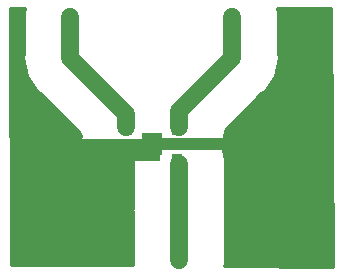
<source format=gbr>
G04 #@! TF.GenerationSoftware,KiCad,Pcbnew,5.0.0*
G04 #@! TF.CreationDate,2020-04-27T14:50:42-04:00*
G04 #@! TF.ProjectId,downconverter,646F776E636F6E7665727465722E6B69,rev?*
G04 #@! TF.SameCoordinates,Original*
G04 #@! TF.FileFunction,Copper,L1,Top,Signal*
G04 #@! TF.FilePolarity,Positive*
%FSLAX46Y46*%
G04 Gerber Fmt 4.6, Leading zero omitted, Abs format (unit mm)*
G04 Created by KiCad (PCBNEW 5.0.0) date Mon Apr 27 14:50:42 2020*
%MOMM*%
%LPD*%
G01*
G04 APERTURE LIST*
G04 #@! TA.AperFunction,SMDPad,CuDef*
%ADD10R,1.000000X1.000000*%
G04 #@! TD*
G04 #@! TA.AperFunction,SMDPad,CuDef*
%ADD11R,0.890000X0.420000*%
G04 #@! TD*
G04 #@! TA.AperFunction,SMDPad,CuDef*
%ADD12R,1.680000X1.880000*%
G04 #@! TD*
G04 #@! TA.AperFunction,ViaPad*
%ADD13C,0.800000*%
G04 #@! TD*
G04 #@! TA.AperFunction,Conductor*
%ADD14C,0.250000*%
G04 #@! TD*
G04 #@! TA.AperFunction,Conductor*
%ADD15C,1.050000*%
G04 #@! TD*
G04 #@! TA.AperFunction,Conductor*
%ADD16C,1.487000*%
G04 #@! TD*
G04 #@! TA.AperFunction,Conductor*
%ADD17C,0.254000*%
G04 #@! TD*
G04 #@! TA.AperFunction,Conductor*
%ADD18C,0.100000*%
G04 #@! TD*
G04 APERTURE END LIST*
D10*
G04 #@! TO.P,J3,1*
G04 #@! TO.N,Net-(J3-Pad1)*
X55750000Y-60750000D03*
G04 #@! TD*
G04 #@! TO.P,J2,1*
G04 #@! TO.N,Net-(J2-Pad1)*
X60250000Y-40250000D03*
G04 #@! TD*
G04 #@! TO.P,J1,1*
G04 #@! TO.N,Net-(J1-Pad1)*
X46500000Y-40250000D03*
G04 #@! TD*
D11*
G04 #@! TO.P,U1,1*
G04 #@! TO.N,Net-(J1-Pad1)*
X51395000Y-50025000D03*
G04 #@! TO.P,U1,2*
G04 #@! TO.N,GND*
X51395000Y-50675000D03*
G04 #@! TO.P,U1,3*
X51395000Y-51325000D03*
G04 #@! TO.P,U1,4*
X51395000Y-51975000D03*
G04 #@! TO.P,U1,5*
G04 #@! TO.N,Net-(J3-Pad1)*
X55605000Y-51975000D03*
G04 #@! TO.P,U1,6*
G04 #@! TO.N,GND*
X55605000Y-51325000D03*
G04 #@! TO.P,U1,7*
X55605000Y-50675000D03*
G04 #@! TO.P,U1,8*
G04 #@! TO.N,Net-(J2-Pad1)*
X55605000Y-50025000D03*
D12*
G04 #@! TO.P,U1,9*
G04 #@! TO.N,GND*
X53500000Y-51000000D03*
G04 #@! TD*
D13*
G04 #@! TO.N,GND*
X56900000Y-51000000D03*
X49900000Y-51100000D03*
G04 #@! TD*
D14*
G04 #@! TO.N,GND*
X50700000Y-50675000D02*
X50275000Y-51100000D01*
X51395000Y-50675000D02*
X50700000Y-50675000D01*
X50075000Y-51300000D02*
X41800000Y-51300000D01*
D15*
X53500000Y-51000000D02*
X55600000Y-51000000D01*
X55600000Y-51000000D02*
X56900000Y-51000000D01*
X56900000Y-51000000D02*
X61700000Y-51000000D01*
D14*
X50275000Y-51100000D02*
X50075000Y-51300000D01*
X51395000Y-51975000D02*
X51395000Y-51325000D01*
D16*
G04 #@! TO.N,Net-(J3-Pad1)*
X55750000Y-53700000D02*
X55750000Y-52625000D01*
G04 #@! TO.N,Net-(J2-Pad1)*
X60250000Y-43675000D02*
X60250000Y-40250000D01*
X55750000Y-49500000D02*
X55750000Y-48425000D01*
G04 #@! TO.N,Net-(J1-Pad1)*
X51250000Y-49500000D02*
X51250000Y-48425000D01*
X46500000Y-43675000D02*
X46500000Y-40250000D01*
X51250000Y-48425000D02*
X46500000Y-43675000D01*
G04 #@! TO.N,Net-(J3-Pad1)*
X55750000Y-53700000D02*
X55750000Y-60750000D01*
G04 #@! TO.N,Net-(J2-Pad1)*
X55750000Y-48175000D02*
X60250000Y-43675000D01*
D14*
X55750000Y-48425000D02*
X55750000Y-48175000D01*
G04 #@! TD*
D17*
G04 #@! TO.N,GND*
G36*
X68772422Y-61372068D02*
X59585880Y-61305257D01*
X59620500Y-61131208D01*
X59620500Y-52243793D01*
X59395931Y-51114806D01*
X59360981Y-51062500D01*
X59395931Y-51010194D01*
X59620500Y-49881208D01*
X59620500Y-49778213D01*
X62717302Y-46681412D01*
X63040475Y-46465475D01*
X63895931Y-45185194D01*
X64120500Y-44056208D01*
X64120500Y-44056207D01*
X64196327Y-43675001D01*
X64120500Y-43293794D01*
X64120500Y-39868793D01*
X64032622Y-39427000D01*
X68673570Y-39427000D01*
X68772422Y-61372068D01*
X68772422Y-61372068D01*
G37*
X68772422Y-61372068D02*
X59585880Y-61305257D01*
X59620500Y-61131208D01*
X59620500Y-52243793D01*
X59395931Y-51114806D01*
X59360981Y-51062500D01*
X59395931Y-51010194D01*
X59620500Y-49881208D01*
X59620500Y-49778213D01*
X62717302Y-46681412D01*
X63040475Y-46465475D01*
X63895931Y-45185194D01*
X64120500Y-44056208D01*
X64120500Y-44056207D01*
X64196327Y-43675001D01*
X64120500Y-43293794D01*
X64120500Y-39868793D01*
X64032622Y-39427000D01*
X68673570Y-39427000D01*
X68772422Y-61372068D01*
G36*
X42629501Y-39868792D02*
X42629500Y-43293792D01*
X42553673Y-43675000D01*
X42629500Y-44056207D01*
X42854069Y-45185193D01*
X43709525Y-46465475D01*
X44032701Y-46681414D01*
X47416002Y-50064716D01*
X47477324Y-50373000D01*
X43200000Y-50373000D01*
X43151399Y-50382667D01*
X43110197Y-50410197D01*
X43082667Y-50451399D01*
X43073000Y-50500000D01*
X43073000Y-54000000D01*
X43078266Y-54036191D01*
X43101382Y-54080022D01*
X43139512Y-54111670D01*
X47939512Y-56711670D01*
X48003174Y-56726960D01*
X51879500Y-56630052D01*
X51879501Y-61131208D01*
X51903007Y-61249382D01*
X41526429Y-61173916D01*
X41427579Y-39427000D01*
X42717379Y-39427000D01*
X42629501Y-39868792D01*
X42629501Y-39868792D01*
G37*
X42629501Y-39868792D02*
X42629500Y-43293792D01*
X42553673Y-43675000D01*
X42629500Y-44056207D01*
X42854069Y-45185193D01*
X43709525Y-46465475D01*
X44032701Y-46681414D01*
X47416002Y-50064716D01*
X47477324Y-50373000D01*
X43200000Y-50373000D01*
X43151399Y-50382667D01*
X43110197Y-50410197D01*
X43082667Y-50451399D01*
X43073000Y-50500000D01*
X43073000Y-54000000D01*
X43078266Y-54036191D01*
X43101382Y-54080022D01*
X43139512Y-54111670D01*
X47939512Y-56711670D01*
X48003174Y-56726960D01*
X51879500Y-56630052D01*
X51879501Y-61131208D01*
X51903007Y-61249382D01*
X41526429Y-61173916D01*
X41427579Y-39427000D01*
X42717379Y-39427000D01*
X42629501Y-39868792D01*
D18*
G36*
X54050000Y-52350000D02*
X52000000Y-52350000D01*
X51980866Y-52353806D01*
X51964645Y-52364645D01*
X51953806Y-52380866D01*
X51950000Y-52400000D01*
X51950000Y-56451235D01*
X48012086Y-56549683D01*
X43250000Y-53970219D01*
X43250000Y-50550000D01*
X52700000Y-50550000D01*
X52719134Y-50546194D01*
X52735355Y-50535355D01*
X52746194Y-50519134D01*
X52750000Y-50500000D01*
X52750000Y-50250000D01*
X54050000Y-50250000D01*
X54050000Y-52350000D01*
X54050000Y-52350000D01*
G37*
X54050000Y-52350000D02*
X52000000Y-52350000D01*
X51980866Y-52353806D01*
X51964645Y-52364645D01*
X51953806Y-52380866D01*
X51950000Y-52400000D01*
X51950000Y-56451235D01*
X48012086Y-56549683D01*
X43250000Y-53970219D01*
X43250000Y-50550000D01*
X52700000Y-50550000D01*
X52719134Y-50546194D01*
X52735355Y-50535355D01*
X52746194Y-50519134D01*
X52750000Y-50500000D01*
X52750000Y-50250000D01*
X54050000Y-50250000D01*
X54050000Y-52350000D01*
G04 #@! TD*
M02*

</source>
